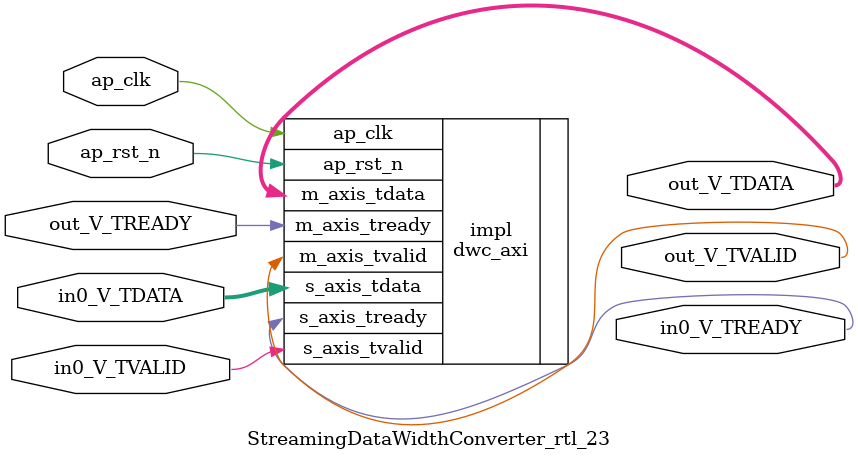
<source format=v>
/******************************************************************************
 * Copyright (C) 2023, Advanced Micro Devices, Inc.
 * All rights reserved.
 *
 * Redistribution and use in source and binary forms, with or without
 * modification, are permitted provided that the following conditions are met:
 *
 *  1. Redistributions of source code must retain the above copyright notice,
 *     this list of conditions and the following disclaimer.
 *
 *  2. Redistributions in binary form must reproduce the above copyright
 *     notice, this list of conditions and the following disclaimer in the
 *     documentation and/or other materials provided with the distribution.
 *
 *  3. Neither the name of the copyright holder nor the names of its
 *     contributors may be used to endorse or promote products derived from
 *     this software without specific prior written permission.
 *
 * THIS SOFTWARE IS PROVIDED BY THE COPYRIGHT HOLDERS AND CONTRIBUTORS "AS IS"
 * AND ANY EXPRESS OR IMPLIED WARRANTIES, INCLUDING, BUT NOT LIMITED TO,
 * THE IMPLIED WARRANTIES OF MERCHANTABILITY AND FITNESS FOR A PARTICULAR
 * PURPOSE ARE DISCLAIMED. IN NO EVENT SHALL THE COPYRIGHT HOLDER OR
 * CONTRIBUTORS BE LIABLE FOR ANY DIRECT, INDIRECT, INCIDENTAL, SPECIAL,
 * EXEMPLARY, OR CONSEQUENTIAL DAMAGES (INCLUDING, BUT NOT LIMITED TO,
 * PROCUREMENT OF SUBSTITUTE GOODS OR SERVICES; LOSS OF USE, DATA, OR PROFITS;
 * OR BUSINESS INTERRUPTION). HOWEVER CAUSED AND ON ANY THEORY OF LIABILITY,
 * WHETHER IN CONTRACT, STRICT LIABILITY, OR TORT (INCLUDING NEGLIGENCE OR
 * OTHERWISE) ARISING IN ANY WAY OUT OF THE USE OF THIS SOFTWARE, EVEN IF
 * ADVISED OF THE POSSIBILITY OF SUCH DAMAGE.
 *****************************************************************************/

module StreamingDataWidthConverter_rtl_23 #(
	parameter  IBITS = 3,
	parameter  OBITS = 312,

	parameter  AXI_IBITS = (IBITS+7)/8 * 8,
	parameter  AXI_OBITS = (OBITS+7)/8 * 8
)(
	//- Global Control ------------------
	(* X_INTERFACE_INFO = "xilinx.com:signal:clock:1.0 ap_clk CLK" *)
	(* X_INTERFACE_PARAMETER = "ASSOCIATED_BUSIF in0_V:out_V, ASSOCIATED_RESET ap_rst_n" *)
	input	ap_clk,
	(* X_INTERFACE_PARAMETER = "POLARITY ACTIVE_LOW" *)
	input	ap_rst_n,

	//- AXI Stream - Input --------------
	output	in0_V_TREADY,
	input	in0_V_TVALID,
	input	[AXI_IBITS-1:0]  in0_V_TDATA,

	//- AXI Stream - Output -------------
	input	out_V_TREADY,
	output	out_V_TVALID,
	output	[AXI_OBITS-1:0]  out_V_TDATA
);

	dwc_axi #(
		.IBITS(IBITS),
		.OBITS(OBITS)
	) impl (
		.ap_clk(ap_clk),
		.ap_rst_n(ap_rst_n),
		.s_axis_tready(in0_V_TREADY),
		.s_axis_tvalid(in0_V_TVALID),
		.s_axis_tdata(in0_V_TDATA),
		.m_axis_tready(out_V_TREADY),
		.m_axis_tvalid(out_V_TVALID),
		.m_axis_tdata(out_V_TDATA)
	);

endmodule

</source>
